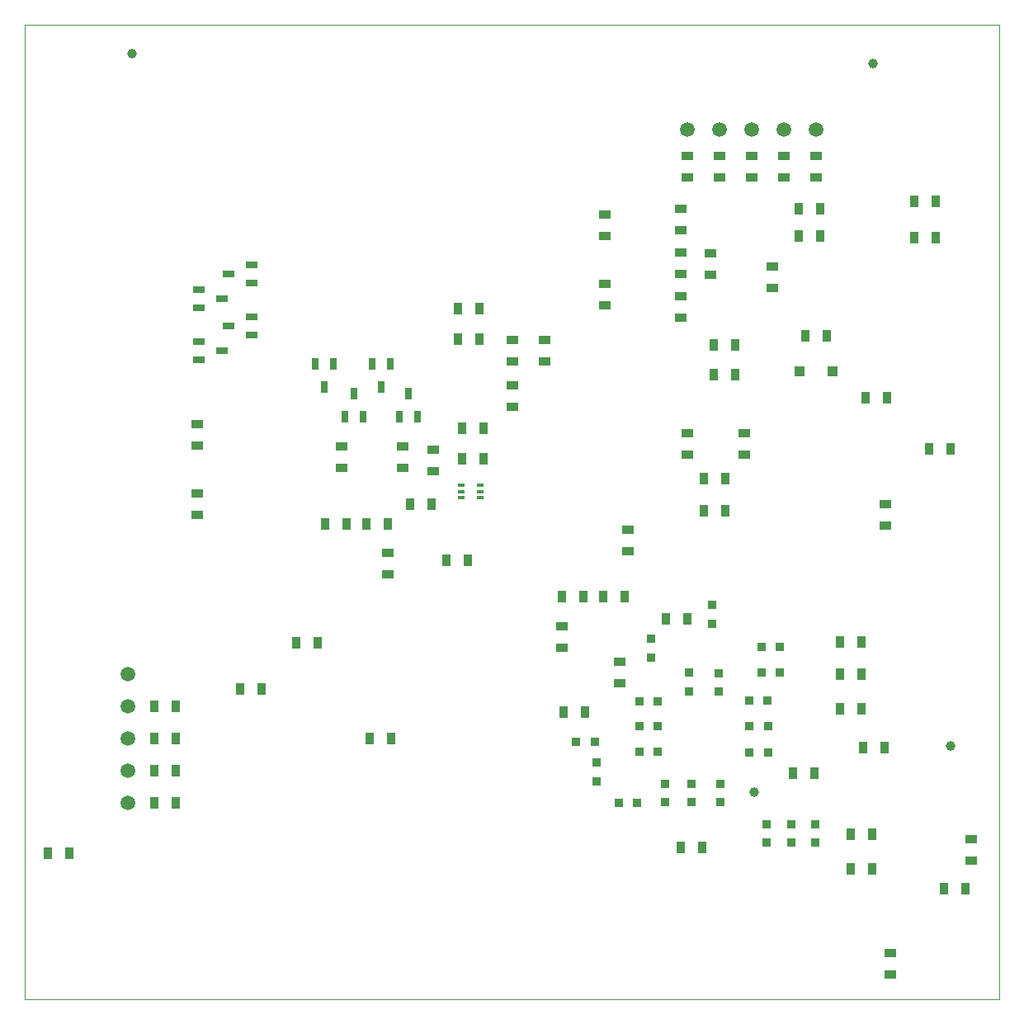
<source format=gbp>
G04 #@! TF.GenerationSoftware,KiCad,Pcbnew,(5.1.0)-1*
G04 #@! TF.CreationDate,2019-04-02T23:05:32+01:00*
G04 #@! TF.ProjectId,CoreOne-xCORE200-2.0,436f7265-4f6e-4652-9d78-434f52453230,2.0*
G04 #@! TF.SameCoordinates,PX660b0c0PY81b3200*
G04 #@! TF.FileFunction,Paste,Bot*
G04 #@! TF.FilePolarity,Positive*
%FSLAX46Y46*%
G04 Gerber Fmt 4.6, Leading zero omitted, Abs format (unit mm)*
G04 Created by KiCad (PCBNEW (5.1.0)-1) date 2019-04-02 23:05:32*
%MOMM*%
%LPD*%
G04 APERTURE LIST*
%ADD10C,0.100000*%
%ADD11R,0.900000X1.300000*%
%ADD12C,1.000000*%
%ADD13R,1.200000X0.650000*%
%ADD14R,0.650000X1.200000*%
%ADD15C,1.500000*%
%ADD16R,1.300000X0.900000*%
%ADD17R,0.900000X0.900000*%
%ADD18R,0.800000X0.450000*%
%ADD19R,1.000000X1.000000*%
G04 APERTURE END LIST*
D10*
X0Y100000000D02*
X100000000Y100000000D01*
X15000000Y0D02*
X0Y0D01*
X100000000Y0D02*
X15000000Y0D01*
X100000000Y100000000D02*
X100000000Y0D01*
X0Y0D02*
X0Y100000000D01*
D11*
X24275000Y31860000D03*
X22075000Y31860000D03*
D12*
X11000000Y97000000D03*
X87000000Y96000000D03*
X95000000Y26000000D03*
D13*
X20250000Y66548000D03*
X17850000Y65598000D03*
X17850000Y67498000D03*
D14*
X39370000Y62160000D03*
X40320000Y59760000D03*
X38420000Y59760000D03*
D13*
X20898000Y69088000D03*
X23298000Y70038000D03*
X23298000Y68138000D03*
D14*
X36576000Y62808000D03*
X35626000Y65208000D03*
X37526000Y65208000D03*
D13*
X20250000Y71882000D03*
X17850000Y70932000D03*
X17850000Y72832000D03*
D14*
X33782000Y62160000D03*
X34732000Y59760000D03*
X32832000Y59760000D03*
D13*
X20898000Y74422000D03*
X23298000Y75372000D03*
X23298000Y73472000D03*
D14*
X30734000Y62808000D03*
X29784000Y65208000D03*
X31684000Y65208000D03*
D15*
X68006000Y89264000D03*
X10602000Y20176000D03*
D16*
X68006000Y86554000D03*
X68006000Y84354000D03*
D11*
X13312000Y20176000D03*
X15512000Y20176000D03*
D17*
X81100000Y17950000D03*
X81100000Y16050000D03*
X68427600Y20193000D03*
X68427600Y22093000D03*
D11*
X83670000Y36686000D03*
X85870000Y36686000D03*
X83670000Y33384000D03*
X85870000Y33384000D03*
X86952000Y13335000D03*
X84752000Y13335000D03*
D16*
X73848000Y55906000D03*
X73848000Y58106000D03*
X68006000Y58106000D03*
X68006000Y55906000D03*
D11*
X72916000Y64118000D03*
X70716000Y64118000D03*
D16*
X76700000Y72950000D03*
X76700000Y75150000D03*
D11*
X72916000Y67166000D03*
X70716000Y67166000D03*
D17*
X76100000Y17950000D03*
X76100000Y16050000D03*
D11*
X71900000Y53450000D03*
X69700000Y53450000D03*
X69700000Y50148000D03*
X71900000Y50148000D03*
D15*
X81214000Y89264000D03*
X10602000Y33384000D03*
D18*
X46745000Y52724308D03*
X46745000Y52074308D03*
X46745000Y51424308D03*
X44745000Y51424308D03*
X44745000Y52074308D03*
X44745000Y52724308D03*
D12*
X74800000Y21200000D03*
D16*
X41910000Y56345000D03*
X41910000Y54145000D03*
D11*
X44863000Y55424308D03*
X47063000Y55424308D03*
X44874000Y58547000D03*
X47074000Y58547000D03*
D16*
X67300000Y76600000D03*
X67300000Y74400000D03*
X67300000Y81100000D03*
X67300000Y78900000D03*
X70350000Y76550000D03*
X70350000Y74350000D03*
X67300000Y72100000D03*
X67300000Y69900000D03*
X59484380Y73404704D03*
X59484380Y71204704D03*
D15*
X77912000Y89264000D03*
X71308000Y89264000D03*
X74610000Y89264000D03*
D11*
X67300000Y15600000D03*
X69500000Y15600000D03*
X83670000Y29828000D03*
X85870000Y29828000D03*
X55097500Y41275000D03*
X57297500Y41275000D03*
X82297000Y68057500D03*
X80097000Y68057500D03*
X37272000Y48751000D03*
X35072000Y48751000D03*
D16*
X81214000Y84354000D03*
X81214000Y86554000D03*
X71308000Y86554000D03*
X71308000Y84354000D03*
X74610000Y86554000D03*
X74610000Y84354000D03*
X77912000Y86554000D03*
X77912000Y84354000D03*
X55118000Y36047500D03*
X55118000Y38247500D03*
X37272000Y43587000D03*
X37272000Y45787000D03*
D19*
X82897000Y64438000D03*
X79497000Y64438000D03*
D17*
X70546000Y38530000D03*
X70546000Y40430000D03*
D11*
X68000000Y39000000D03*
X65800000Y39000000D03*
D17*
X65709800Y20193000D03*
X65709800Y22093000D03*
X62814200Y20167600D03*
X60914200Y20167600D03*
X78600000Y17950000D03*
X78600000Y16050000D03*
X71323200Y20193000D03*
X71323200Y22093000D03*
X76197500Y30607000D03*
X74297500Y30607000D03*
X76261000Y28003500D03*
X74361000Y28003500D03*
X75565000Y33511000D03*
X77465000Y33511000D03*
X75565000Y36178000D03*
X77465000Y36178000D03*
X68122800Y33502600D03*
X68122800Y31602600D03*
X71200000Y33450000D03*
X71200000Y31550000D03*
X63042800Y27990800D03*
X64942800Y27990800D03*
X63058000Y25400000D03*
X64958000Y25400000D03*
D16*
X61849000Y45974000D03*
X61849000Y48174000D03*
D11*
X59352000Y41275000D03*
X61552000Y41275000D03*
D17*
X64287400Y35077400D03*
X64287400Y36977400D03*
D11*
X78850000Y23200000D03*
X81050000Y23200000D03*
X30056000Y36576000D03*
X27856000Y36576000D03*
X81641000Y81092000D03*
X79441000Y81092000D03*
X81641000Y78342000D03*
X79441000Y78342000D03*
D16*
X59484380Y78316704D03*
X59484380Y80516704D03*
D11*
X45420500Y45004500D03*
X43220500Y45004500D03*
D16*
X38750000Y54500000D03*
X38750000Y56700000D03*
X32500000Y54500000D03*
X32500000Y56700000D03*
D11*
X33038000Y48751000D03*
X30838000Y48751000D03*
X84752000Y16891000D03*
X86952000Y16891000D03*
D16*
X88834000Y2566000D03*
X88834000Y4766000D03*
D11*
X57488000Y29464000D03*
X55288000Y29464000D03*
X46600000Y70850000D03*
X44400000Y70850000D03*
X46600000Y67700000D03*
X44400000Y67700000D03*
X88476000Y61722000D03*
X86276000Y61722000D03*
X92800000Y56500000D03*
X95000000Y56500000D03*
D16*
X50035500Y62975000D03*
X50035500Y60775000D03*
X88265000Y48557000D03*
X88265000Y50757000D03*
X53337500Y65410500D03*
X53337500Y67610500D03*
D11*
X86022000Y25781000D03*
X88222000Y25781000D03*
X37610000Y26780000D03*
X35410000Y26780000D03*
D16*
X50035500Y67610500D03*
X50035500Y65410500D03*
X17653000Y56812000D03*
X17653000Y59012000D03*
X17653000Y51900000D03*
X17653000Y49700000D03*
X61000000Y32450000D03*
X61000000Y34650000D03*
D11*
X13312000Y30082000D03*
X15512000Y30082000D03*
X13312000Y26780000D03*
X15512000Y26780000D03*
X13312000Y23478000D03*
X15512000Y23478000D03*
X2329000Y14986000D03*
X4529000Y14986000D03*
D17*
X63042800Y30581600D03*
X64942800Y30581600D03*
X76261000Y25273000D03*
X74361000Y25273000D03*
X58700000Y22350000D03*
X58700000Y24250000D03*
D15*
X10602000Y23478000D03*
X10602000Y26780000D03*
X10602000Y30082000D03*
D11*
X39540000Y50800000D03*
X41740000Y50800000D03*
X93480000Y78168500D03*
X91280000Y78168500D03*
X93480000Y81851500D03*
X91280000Y81851500D03*
X94300000Y11303000D03*
X96500000Y11303000D03*
D16*
X97100000Y14224000D03*
X97100000Y16424000D03*
D17*
X58450000Y26400000D03*
X56550000Y26400000D03*
M02*

</source>
